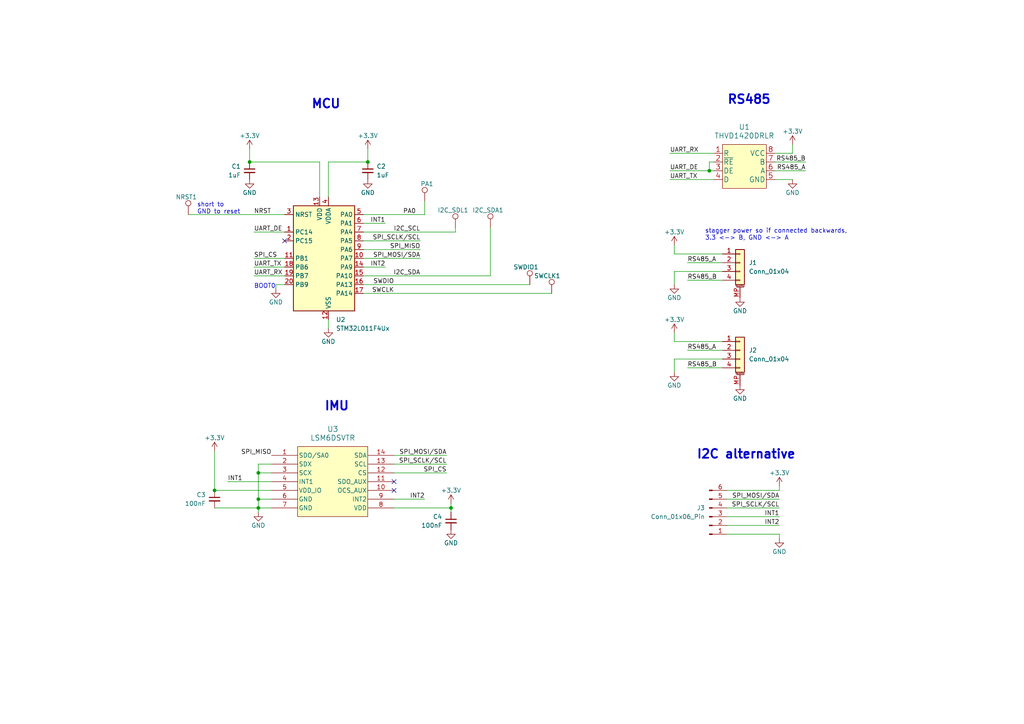
<source format=kicad_sch>
(kicad_sch (version 20230121) (generator eeschema)
  (paper "A4")
  (title_block (title "Ø12imu") (date "2024-03-10") (rev "1") (company "Christopher Xu"))
  (lib_symbols
    (symbol "Connector:Conn_01x06_Pin" (pin_names (offset 1.016) hide)
      (property "Reference" "J" (at 0 7.62 0))
      (property "Value" "Conn_01x06_Pin" (at 0 -10.16 0))
      (symbol "Conn_01x06_Pin_1_1"
        (polyline (pts (xy 1.27 -7.62) (xy 0.8636 -7.62)) (stroke (width 0.1524)))
        (polyline (pts (xy 1.27 -5.08) (xy 0.8636 -5.08)) (stroke (width 0.1524)))
        (polyline (pts (xy 1.27 -2.54) (xy 0.8636 -2.54)) (stroke (width 0.1524)))
        (polyline (pts (xy 1.27 0) (xy 0.8636 0)) (stroke (width 0.1524)))
        (polyline (pts (xy 1.27 2.54) (xy 0.8636 2.54)) (stroke (width 0.1524)))
        (polyline (pts (xy 1.27 5.08) (xy 0.8636 5.08)) (stroke (width 0.1524)))
        (rectangle (start 0.8636 -7.493) (end 0 -7.747) (stroke (width 0.1524)) (fill (type outline)))
        (rectangle (start 0.8636 -4.953) (end 0 -5.207) (stroke (width 0.1524)) (fill (type outline)))
        (rectangle (start 0.8636 -2.413) (end 0 -2.667) (stroke (width 0.1524)) (fill (type outline)))
        (rectangle (start 0.8636 0.127) (end 0 -0.127) (stroke (width 0.1524)) (fill (type outline)))
        (rectangle (start 0.8636 2.667) (end 0 2.413) (stroke (width 0.1524)) (fill (type outline)))
        (rectangle (start 0.8636 5.207) (end 0 4.953) (stroke (width 0.1524)) (fill (type outline)))
        (pin passive line (at 5.08 5.08 180) (length 3.81) (name "Pin_1") (number "1"))
        (pin passive line (at 5.08 2.54 180) (length 3.81) (name "Pin_2") (number "2"))
        (pin passive line (at 5.08 0 180) (length 3.81) (name "Pin_3") (number "3"))
        (pin passive line (at 5.08 -2.54 180) (length 3.81) (name "Pin_4") (number "4"))
        (pin passive line (at 5.08 -5.08 180) (length 3.81) (name "Pin_5") (number "5"))
        (pin passive line (at 5.08 -7.62 180) (length 3.81) (name "Pin_6") (number "6"))
      )
    )
    (symbol "Connector:TestPoint" (pin_numbers hide) (pin_names (offset 0.762) hide)
      (property "Reference" "TP" (at 0 6.858 0))
      (property "Value" "TestPoint" (at 0 5.08 0))
      (symbol "TestPoint_0_1"
        (circle (center 0 3.302) (radius 0.762))
      )
      (symbol "TestPoint_1_1"
        (pin passive line (at 0 0 90) (length 2.54) (name "1") (number "1"))
      )
    )
    (symbol "Connector_Generic_MountingPin:Conn_01x04_MountingPin" (pin_names (offset 1.016) hide)
      (property "Reference" "J" (at 0 5.08 0))
      (property "Value" "Conn_01x04_MountingPin" (at 1.27 -7.62 0))
      (symbol "Conn_01x04_MountingPin_1_1"
        (rectangle (start -1.27 -4.953) (end 0 -5.207) (stroke (width 0.1524)))
        (rectangle (start -1.27 -2.413) (end 0 -2.667) (stroke (width 0.1524)))
        (rectangle (start -1.27 0.127) (end 0 -0.127) (stroke (width 0.1524)))
        (rectangle (start -1.27 2.667) (end 0 2.413) (stroke (width 0.1524)))
        (rectangle (start -1.27 3.81) (end 1.27 -6.35) (stroke (width 0.254)) (fill (type background)))
        (polyline (pts (xy -1.016 -7.112) (xy 1.016 -7.112)) (stroke (width 0.1524)))
        (text "Mounting" (at 0 -6.731 0) (effects (font (size 0.381 0.381))))
        (pin passive line (at -5.08 2.54 0) (length 3.81) (name "Pin_1") (number "1"))
        (pin passive line (at -5.08 0 0) (length 3.81) (name "Pin_2") (number "2"))
        (pin passive line (at -5.08 -2.54 0) (length 3.81) (name "Pin_3") (number "3"))
        (pin passive line (at -5.08 -5.08 0) (length 3.81) (name "Pin_4") (number "4"))
        (pin passive line (at 0 -10.16 90) (length 3.048) (name "MountPin") (number "MP"))
      )
    )
    (symbol "Device:C_Small" (pin_numbers hide) (pin_names (offset 0.254) hide)
      (property "Reference" "C" (at 0.254 1.778 0))
      (property "Value" "C_Small" (at 0.254 -2.032 0))
      (symbol "C_Small_0_1"
        (polyline (pts (xy -1.524 -0.508) (xy 1.524 -0.508)) (stroke (width 0.3302)))
        (polyline (pts (xy -1.524 0.508) (xy 1.524 0.508)) (stroke (width 0.3048)))
      )
      (symbol "C_Small_1_1"
        (pin passive line (at 0 2.54 270) (length 2.032) (name "~") (number "1"))
        (pin passive line (at 0 -2.54 90) (length 2.032) (name "~") (number "2"))
      )
    )
    (symbol "MCU_ST_STM32L0:STM32L011F4Ux"
      (property "Reference" "U" (at -7.62 16.51 0))
      (property "Value" "STM32L011F4Ux" (at 5.08 16.51 0))
      (symbol "STM32L011F4Ux_0_1"
        (rectangle (start -7.62 -15.24) (end 10.16 15.24) (stroke (width 0.254)) (fill (type background)))
      )
      (symbol "STM32L011F4Ux_1_1"
        (pin bidirectional line (at -10.16 7.62 0) (length 2.54) (name "PC14") (number "1"))
        (pin bidirectional line (at 12.7 0 180) (length 2.54) (name "PA7") (number "10"))
        (pin bidirectional line (at -10.16 0 0) (length 2.54) (name "PB1") (number "11"))
        (pin power_in line (at 2.54 -17.78 90) (length 2.54) (name "VSS") (number "12"))
        (pin power_in line (at 0 17.78 270) (length 2.54) (name "VDD") (number "13"))
        (pin bidirectional line (at 12.7 -2.54 180) (length 2.54) (name "PA9") (number "14"))
        (pin bidirectional line (at 12.7 -5.08 180) (length 2.54) (name "PA10") (number "15"))
        (pin bidirectional line (at 12.7 -7.62 180) (length 2.54) (name "PA13") (number "16"))
        (pin bidirectional line (at 12.7 -10.16 180) (length 2.54) (name "PA14") (number "17"))
        (pin bidirectional line (at -10.16 -2.54 0) (length 2.54) (name "PB6") (number "18"))
        (pin bidirectional line (at -10.16 -5.08 0) (length 2.54) (name "PB7") (number "19"))
        (pin bidirectional line (at -10.16 5.08 0) (length 2.54) (name "PC15") (number "2"))
        (pin bidirectional line (at -10.16 -7.62 0) (length 2.54) (name "PB9") (number "20"))
        (pin input line (at -10.16 12.7 0) (length 2.54) (name "NRST") (number "3"))
        (pin power_in line (at 2.54 17.78 270) (length 2.54) (name "VDDA") (number "4"))
        (pin bidirectional line (at 12.7 12.7 180) (length 2.54) (name "PA0") (number "5"))
        (pin bidirectional line (at 12.7 10.16 180) (length 2.54) (name "PA1") (number "6"))
        (pin bidirectional line (at 12.7 7.62 180) (length 2.54) (name "PA4") (number "7"))
        (pin bidirectional line (at 12.7 5.08 180) (length 2.54) (name "PA5") (number "8"))
        (pin bidirectional line (at 12.7 2.54 180) (length 2.54) (name "PA6") (number "9"))
      )
    )
    (symbol "O12imu:LSM6DSVTR" (pin_names (offset 0.254))
      (property "Reference" "U" (at 0 15.24 0))
      (property "Value" "LSM6DSVTR" (at 0 12.7 0))
      (symbol "LSM6DSVTR_0_1"
        (pin unspecified line (at -17.78 7.62 0) (length 7.62) (name "SDO/SA0") (number "1"))
        (pin unspecified line (at 17.78 -2.54 180) (length 7.62) (name "OCS_AUX") (number "10"))
        (pin unspecified line (at 17.78 0 180) (length 7.62) (name "SDO_AUX") (number "11"))
        (pin unspecified line (at 17.78 2.54 180) (length 7.62) (name "CS") (number "12"))
        (pin unspecified line (at 17.78 5.08 180) (length 7.62) (name "SCL") (number "13"))
        (pin unspecified line (at 17.78 7.62 180) (length 7.62) (name "SDA") (number "14"))
        (pin unspecified line (at -17.78 5.08 0) (length 7.62) (name "SDX") (number "2"))
        (pin unspecified line (at -17.78 2.54 0) (length 7.62) (name "SCX") (number "3"))
        (pin unspecified line (at -17.78 0 0) (length 7.62) (name "INT1") (number "4"))
        (pin power_in line (at -17.78 -2.54 0) (length 7.62) (name "VDD_IO") (number "5"))
        (pin power_out line (at -17.78 -5.08 0) (length 7.62) (name "GND") (number "6"))
        (pin power_out line (at -17.78 -7.62 0) (length 7.62) (name "GND") (number "7"))
        (pin power_in line (at 17.78 -7.62 180) (length 7.62) (name "VDD") (number "8"))
        (pin unspecified line (at 17.78 -5.08 180) (length 7.62) (name "INT2") (number "9"))
      )
      (symbol "LSM6DSVTR_1_1"
        (rectangle (start -10.16 10.16) (end 10.16 -10.16) (fill (type background)))
      )
    )
    (symbol "O32controller:THVD1420DRLR" (pin_names (offset 0.254))
      (property "Reference" "U" (at 0 10.16 0))
      (property "Value" "THVD1420DRLR" (at -1.27 12.7 0))
      (symbol "THVD1420DRLR_1_1"
        (rectangle (start -6.35 6.35) (end 6.35 -6.35) (fill (type background)))
        (pin output line (at -8.89 3.81 0) (length 2.54) (name "R") (number "1"))
        (pin input line (at -8.89 1.27 0) (length 2.54) (name "~{RE}") (number "2"))
        (pin input line (at -8.89 -1.27 0) (length 2.54) (name "DE") (number "3"))
        (pin input line (at -8.89 -3.81 0) (length 2.54) (name "D") (number "4"))
        (pin power_in line (at 8.89 -3.81 180) (length 2.54) (name "GND") (number "5"))
        (pin bidirectional line (at 8.89 -1.27 180) (length 2.54) (name "A") (number "6"))
        (pin bidirectional line (at 8.89 1.27 180) (length 2.54) (name "B") (number "7"))
        (pin power_in line (at 8.89 3.81 180) (length 2.54) (name "VCC") (number "8"))
      )
    )
    (symbol "power:+3.3V" (power) (pin_names (offset 0))
      (property "Value" "+3.3V" (at 0 3.556 0))
      (symbol "+3.3V_0_1"
        (polyline (pts (xy -0.762 1.27) (xy 0 2.54)))
        (polyline (pts (xy 0 0) (xy 0 2.54)))
        (polyline (pts (xy 0 2.54) (xy 0.762 1.27)))
      )
      (symbol "+3.3V_1_1"
        (pin power_in line (at 0 0 90) (length 0) hide (name "+3.3V") (number "1"))
      )
    )
    (symbol "power:GND" (power) (pin_names (offset 0))
      (property "Value" "GND" (at 0 -3.81 0))
      (symbol "GND_0_1"
        (polyline (pts (xy 0 0) (xy 0 -1.27) (xy 1.27 -1.27) (xy 0 -2.54) (xy -1.27 -1.27) (xy 0 -1.27)))
      )
      (symbol "GND_1_1"
        (pin power_in line (at 0 0 270) (length 0) hide (name "GND") (number "1"))
      )
    )
  )
  (junction (at 74.93 137.16))
  (junction (at 74.93 144.78))
  (junction (at 106.68 46.99))
  (junction (at 62.23 142.24))
  (junction (at 205.74 49.53))
  (junction (at 74.93 147.32))
  (junction (at 72.39 46.99))
  (junction (at 130.81 147.32))
  (no_connect (at 114.3 139.7))
  (no_connect (at 82.55 69.85))
  (no_connect (at 114.3 142.24))
  (wire (pts (xy 92.71 46.99) (xy 92.71 57.15)))
  (wire (pts (xy 123.19 58.42) (xy 123.19 62.23)))
  (wire (pts (xy 74.93 134.62) (xy 78.74 134.62)))
  (wire (pts (xy 80.01 82.55) (xy 82.55 82.55)))
  (wire (pts (xy 210.82 144.78) (xy 226.06 144.78)))
  (wire (pts (xy 54.61 62.23) (xy 82.55 62.23)))
  (wire (pts (xy 210.82 149.86) (xy 226.06 149.86)))
  (wire (pts (xy 195.58 73.66) (xy 195.58 71.12)))
  (wire (pts (xy 73.66 80.01) (xy 82.55 80.01)))
  (wire (pts (xy 74.93 147.32) (xy 78.74 147.32)))
  (wire (pts (xy 130.81 147.32) (xy 130.81 146.05)))
  (wire (pts (xy 73.66 67.31) (xy 82.55 67.31)))
  (wire (pts (xy 74.93 137.16) (xy 74.93 144.78)))
  (wire (pts (xy 229.87 41.91) (xy 229.87 44.45)))
  (wire (pts (xy 105.41 85.09) (xy 160.02 85.09)))
  (wire (pts (xy 199.39 76.2) (xy 209.55 76.2)))
  (wire (pts (xy 72.39 46.99) (xy 92.71 46.99)))
  (wire (pts (xy 74.93 147.32) (xy 74.93 144.78)))
  (wire (pts (xy 224.79 49.53) (xy 233.68 49.53)))
  (wire (pts (xy 72.39 43.18) (xy 72.39 46.99)))
  (wire (pts (xy 132.08 67.31) (xy 132.08 66.04)))
  (wire (pts (xy 73.66 77.47) (xy 82.55 77.47)))
  (wire (pts (xy 194.31 52.07) (xy 207.01 52.07)))
  (wire (pts (xy 74.93 148.59) (xy 74.93 147.32)))
  (wire (pts (xy 210.82 147.32) (xy 226.06 147.32)))
  (wire (pts (xy 226.06 154.94) (xy 210.82 154.94)))
  (wire (pts (xy 142.24 80.01) (xy 142.24 66.04)))
  (wire (pts (xy 105.41 64.77) (xy 111.76 64.77)))
  (wire (pts (xy 195.58 99.06) (xy 195.58 96.52)))
  (wire (pts (xy 95.25 46.99) (xy 106.68 46.99)))
  (wire (pts (xy 105.41 77.47) (xy 111.76 77.47)))
  (wire (pts (xy 114.3 144.78) (xy 123.19 144.78)))
  (wire (pts (xy 194.31 44.45) (xy 207.01 44.45)))
  (wire (pts (xy 114.3 134.62) (xy 129.54 134.62)))
  (wire (pts (xy 62.23 130.81) (xy 62.23 142.24)))
  (wire (pts (xy 226.06 156.21) (xy 226.06 154.94)))
  (wire (pts (xy 95.25 95.25) (xy 95.25 92.71)))
  (wire (pts (xy 195.58 82.55) (xy 195.58 78.74)))
  (wire (pts (xy 195.58 78.74) (xy 209.55 78.74)))
  (wire (pts (xy 210.82 142.24) (xy 226.06 142.24)))
  (wire (pts (xy 62.23 147.32) (xy 74.93 147.32)))
  (wire (pts (xy 105.41 62.23) (xy 123.19 62.23)))
  (wire (pts (xy 195.58 107.95) (xy 195.58 104.14)))
  (wire (pts (xy 224.79 46.99) (xy 233.68 46.99)))
  (wire (pts (xy 74.93 134.62) (xy 74.93 137.16)))
  (wire (pts (xy 229.87 44.45) (xy 224.79 44.45)))
  (wire (pts (xy 130.81 147.32) (xy 130.81 148.59)))
  (wire (pts (xy 210.82 152.4) (xy 226.06 152.4)))
  (wire (pts (xy 205.74 46.99) (xy 205.74 49.53)))
  (wire (pts (xy 74.93 144.78) (xy 78.74 144.78)))
  (wire (pts (xy 224.79 52.07) (xy 229.87 52.07)))
  (wire (pts (xy 199.39 106.68) (xy 209.55 106.68)))
  (wire (pts (xy 199.39 101.6) (xy 209.55 101.6)))
  (wire (pts (xy 207.01 46.99) (xy 205.74 46.99)))
  (wire (pts (xy 105.41 74.93) (xy 121.92 74.93)))
  (wire (pts (xy 209.55 73.66) (xy 195.58 73.66)))
  (wire (pts (xy 199.39 81.28) (xy 209.55 81.28)))
  (wire (pts (xy 106.68 46.99) (xy 106.68 43.18)))
  (wire (pts (xy 114.3 132.08) (xy 129.54 132.08)))
  (wire (pts (xy 105.41 72.39) (xy 121.92 72.39)))
  (wire (pts (xy 205.74 49.53) (xy 207.01 49.53)))
  (wire (pts (xy 209.55 99.06) (xy 195.58 99.06)))
  (wire (pts (xy 105.41 69.85) (xy 121.92 69.85)))
  (wire (pts (xy 66.04 139.7) (xy 78.74 139.7)))
  (wire (pts (xy 226.06 140.97) (xy 226.06 142.24)))
  (wire (pts (xy 114.3 147.32) (xy 130.81 147.32)))
  (wire (pts (xy 95.25 46.99) (xy 95.25 57.15)))
  (wire (pts (xy 62.23 142.24) (xy 78.74 142.24)))
  (wire (pts (xy 114.3 137.16) (xy 129.54 137.16)))
  (wire (pts (xy 80.01 83.82) (xy 80.01 82.55)))
  (wire (pts (xy 74.93 137.16) (xy 78.74 137.16)))
  (wire (pts (xy 105.41 67.31) (xy 132.08 67.31)))
  (wire (pts (xy 194.31 49.53) (xy 205.74 49.53)))
  (wire (pts (xy 195.58 104.14) (xy 209.55 104.14)))
  (wire (pts (xy 105.41 82.55) (xy 153.67 82.55)))
  (wire (pts (xy 105.41 80.01) (xy 142.24 80.01)))
  (wire (pts (xy 73.66 74.93) (xy 82.55 74.93)))
  (text "I2C alternative" (at 201.93 133.35 0) (effects (font (size 2.54 2.54) (thickness 0.508) bold) (justify left bottom)))
  (text "BOOT0" (at 73.66 83.82 0) (effects (font (size 1.27 1.27)) (justify left bottom)))
  (text "stagger power so if connected backwards,\n3.3 <-> B, GND <-> A \n" (at 204.47 69.85 0) (effects (font (size 1.27 1.27)) (justify left bottom)))
  (text "MCU" (at 90.17 31.75 0) (effects (font (size 2.54 2.54) (thickness 0.508) bold) (justify left bottom)))
  (text "IMU" (at 93.98 119.38 0) (effects (font (size 2.54 2.54) (thickness 0.508) bold) (justify left bottom)))
  (text "short to \nGND to reset" (at 57.15 62.23 0) (effects (font (size 1.27 1.27)) (justify left bottom)))
  (text "RS485" (at 210.82 30.48 0) (effects (font (size 2.54 2.54) (thickness 0.508) bold) (justify left bottom)))
  (label "SPI_MOSI{slash}SDA" (at 129.54 132.08 180))
  (label "INT1" (at 111.76 64.77 180))
  (label "SPI_CS" (at 73.66 74.93 0))
  (label "I2C_SCL" (at 121.92 67.31 180))
  (label "SPI_MOSI{slash}SDA" (at 226.06 144.78 180))
  (label "RS485_A" (at 199.39 101.6 0))
  (label "INT1" (at 66.04 139.7 0))
  (label "UART_TX" (at 73.66 77.47 0))
  (label "SPI_MOSI{slash}SDA" (at 121.92 74.93 180))
  (label "I2C_SDA" (at 121.92 80.01 180))
  (label "INT2" (at 226.06 152.4 180))
  (label "UART_TX" (at 194.31 52.07 0))
  (label "UART_RX" (at 194.31 44.45 0))
  (label "SPI_SCLK{slash}SCL" (at 121.92 69.85 180))
  (label "UART_DE" (at 73.66 67.31 0))
  (label "RS485_A" (at 233.68 49.53 180))
  (label "INT2" (at 111.76 77.47 180))
  (label "INT2" (at 123.19 144.78 180))
  (label "PA0" (at 120.65 62.23 180))
  (label "SPI_SCLK{slash}SCL" (at 129.54 134.62 180))
  (label "SPI_CS" (at 129.54 137.16 180))
  (label "INT1" (at 226.06 149.86 180))
  (label "SWCLK" (at 114.3 85.09 180))
  (label "RS485_B" (at 233.68 46.99 180))
  (label "UART_RX" (at 73.66 80.01 0))
  (label "SPI_MISO" (at 78.74 132.08 180))
  (label "RS485_A" (at 199.39 76.2 0))
  (label "NRST" (at 73.66 62.23 0))
  (label "RS485_B" (at 199.39 81.28 0))
  (label "UART_DE" (at 194.31 49.53 0))
  (label "SPI_MISO" (at 121.92 72.39 180))
  (label "SPI_SCLK{slash}SCL" (at 226.06 147.32 180))
  (label "RS485_B" (at 199.39 106.68 0))
  (label "SWDIO" (at 114.3 82.55 180))
  (symbol (lib_id "Connector:TestPoint") (at 123.19 58.42 0) (unit 1) (in_bom no)
    (property "Reference" "PA1" (at 125.73 53.34 0) (effects (justify right)))
    (property "Value" "TestPoint" (effects hide))
    (property "Footprint" "O12imu:TestPoint_Pad_Rect" (effects hide))
  )
  (symbol (lib_id "power:GND") (at 226.06 156.21 0) (mirror y) (unit 1)
    (property "Reference" "#PWR020" (effects hide))
    (property "Value" "GND" (at 226.06 160.02 0))
  )
  (symbol (lib_id "power:GND") (at 195.58 82.55 0) (unit 1)
    (property "Reference" "#PWR08" (effects hide))
    (property "Value" "GND" (at 195.58 86.36 0))
  )
  (symbol (lib_id "power:GND") (at 74.93 148.59 0) (mirror y) (unit 1)
    (property "Reference" "#PWR018" (effects hide))
    (property "Value" "GND" (at 74.93 152.4 0))
  )
  (symbol (lib_id "Connector:Conn_01x06_Pin") (at 205.74 149.86 0) (mirror x) (unit 1)
    (property "Reference" "J3" (at 204.47 147.32 0) (effects (justify right)))
    (property "Value" "Conn_01x06_Pin" (at 204.47 149.86 0) (effects (justify right)))
    (property "Footprint" "O12imu:FFC_0.5mm_6p" (effects hide))
  )
  (symbol (lib_id "Connector_Generic_MountingPin:Conn_01x04_MountingPin") (at 214.63 101.6 0) (unit 1)
    (property "Reference" "J2" (at 217.17 101.6 0) (effects (justify left)))
    (property "Value" "Conn_01x04" (at 217.17 104.14 0) (effects (justify left)))
    (property "Footprint" "O12imu:TE_2328702-4" (effects hide))
  )
  (symbol (lib_id "power:GND") (at 214.63 111.76 0) (unit 1)
    (property "Reference" "#PWR014" (effects hide))
    (property "Value" "GND" (at 214.63 115.57 0))
  )
  (symbol (lib_id "power:GND") (at 72.39 52.07 0) (mirror y) (unit 1)
    (property "Reference" "#PWR04" (effects hide))
    (property "Value" "GND" (at 72.39 55.88 0))
  )
  (symbol (lib_id "power:+3.3V") (at 72.39 43.18 0) (mirror y) (unit 1)
    (property "Reference" "#PWR02" (effects hide))
    (property "Value" "+3.3V" (at 72.39 39.37 0))
  )
  (symbol (lib_id "power:GND") (at 106.68 52.07 0) (mirror y) (unit 1)
    (property "Reference" "#PWR05" (effects hide))
    (property "Value" "GND" (at 106.68 55.88 0))
  )
  (symbol (lib_id "O12imu:LSM6DSVTR") (at 96.52 139.7 0) (unit 1)
    (property "Reference" "U3" (at 96.52 124.46 0) (effects (font (size 1.524 1.524))))
    (property "Value" "LSM6DSVTR" (at 96.52 127 0) (effects (font (size 1.524 1.524))))
    (property "Footprint" "O12imu:LGA14-L_2P59X3P1X0P5_STM" (effects hide))
    (property "Datasheet" "LSM6DSVTR" (effects hide))
  )
  (symbol (lib_id "power:+3.3V") (at 130.81 146.05 0) (mirror y) (unit 1)
    (property "Reference" "#PWR017" (effects hide))
    (property "Value" "+3.3V" (at 130.81 142.24 0))
  )
  (symbol (lib_id "Device:C_Small") (at 72.39 49.53 0) (mirror y) (unit 1)
    (property "Reference" "C1" (at 69.85 48.2663 0) (effects (justify left)))
    (property "Value" "1uF" (at 69.85 50.8063 0) (effects (justify left)))
    (property "Footprint" "Capacitor_SMD:C_0402_1005Metric" (effects hide))
    (property "MPN" "CL05A105KA5NQNC" (effects hide))
    (property "Vendor" "LCSC" (effects hide))
    (property "Vendor#" "C52923" (effects hide))
  )
  (symbol (lib_id "O32controller:THVD1420DRLR") (at 215.9 48.26 0) (unit 1)
    (property "Reference" "U1" (at 215.9 36.83 0) (effects (font (size 1.524 1.524))))
    (property "Value" "THVD1420DRLR" (at 215.9 39.37 0) (effects (font (size 1.524 1.524))))
    (property "Footprint" "O12imu:THVD1420DRLR_SOT-585" (effects hide))
    (property "Datasheet" "https://www.ti.com/lit/ds/symlink/thvd1400.pdf" (effects hide))
    (property "MPN" "THVD1420DRLR" (effects hide))
    (property "Vendor" "Digikey" (effects hide))
    (property "Vendor#" "296-THVD1420DRLRCT-ND" (effects hide))
  )
  (symbol (lib_id "Connector:TestPoint") (at 160.02 85.09 0) (unit 1) (in_bom no)
    (property "Reference" "SWCLK1" (at 162.56 80.01 0) (effects (justify right)))
    (property "Value" "TestPoint" (effects hide))
    (property "Footprint" "O12imu:TestPoint_Pad_Rect" (effects hide))
  )
  (symbol (lib_id "power:GND") (at 214.63 86.36 0) (unit 1)
    (property "Reference" "#PWR010" (effects hide))
    (property "Value" "GND" (at 214.63 90.17 0))
  )
  (symbol (lib_id "Device:C_Small") (at 130.81 151.13 0) (mirror y) (unit 1)
    (property "Reference" "C4" (at 128.27 149.8663 0) (effects (justify left)))
    (property "Value" "100nF" (at 128.27 152.4063 0) (effects (justify left)))
    (property "Footprint" "Capacitor_SMD:C_0402_1005Metric" (effects hide))
  )
  (symbol (lib_id "Device:C_Small") (at 62.23 144.78 0) (mirror y) (unit 1)
    (property "Reference" "C3" (at 59.69 143.5163 0) (effects (justify left)))
    (property "Value" "100nF" (at 59.69 146.0563 0) (effects (justify left)))
    (property "Footprint" "Capacitor_SMD:C_0402_1005Metric" (effects hide))
  )
  (symbol (lib_id "Connector:TestPoint") (at 142.24 66.04 0) (unit 1) (in_bom no)
    (property "Reference" "I2C_SDA1" (at 146.05 60.96 0) (effects (justify right)))
    (property "Value" "TestPoint" (effects hide))
    (property "Footprint" "O12imu:TestPoint_Pad_Rect" (effects hide))
  )
  (symbol (lib_id "power:+3.3V") (at 195.58 96.52 0) (unit 1)
    (property "Reference" "#PWR012" (effects hide))
    (property "Value" "+3.3V" (at 195.58 92.71 0))
  )
  (symbol (lib_id "MCU_ST_STM32L0:STM32L011F4Ux") (at 92.71 74.93 0) (unit 1)
    (property "Reference" "U2" (at 97.4441 92.71 0) (effects (justify left)))
    (property "Value" "STM32L011F4Ux" (at 97.4441 95.25 0) (effects (justify left)))
    (property "Footprint" "Package_DFN_QFN:ST_UFQFPN-20_3x3mm_P0.5mm" (effects hide))
    (property "Datasheet" "https://www.st.com/resource/en/datasheet/stm32l011f4.pdf" (effects hide))
  )
  (symbol (lib_id "power:+3.3V") (at 62.23 130.81 0) (mirror y) (unit 1)
    (property "Reference" "#PWR015" (effects hide))
    (property "Value" "+3.3V" (at 62.23 127 0))
  )
  (symbol (lib_id "Device:C_Small") (at 106.68 49.53 0) (unit 1)
    (property "Reference" "C2" (at 109.22 48.2663 0) (effects (justify left)))
    (property "Value" "1uF" (at 109.22 50.8063 0) (effects (justify left)))
    (property "Footprint" "Capacitor_SMD:C_0402_1005Metric" (effects hide))
    (property "MPN" "CL05A105KA5NQNC" (effects hide))
    (property "Vendor" "LCSC" (effects hide))
    (property "Vendor#" "C52923" (effects hide))
  )
  (symbol (lib_id "Connector_Generic_MountingPin:Conn_01x04_MountingPin") (at 214.63 76.2 0) (unit 1)
    (property "Reference" "J1" (at 217.17 76.2 0) (effects (justify left)))
    (property "Value" "Conn_01x04" (at 217.17 78.74 0) (effects (justify left)))
    (property "Footprint" "O12imu:TE_2328702-4" (effects hide))
  )
  (symbol (lib_id "power:+3.3V") (at 195.58 71.12 0) (unit 1)
    (property "Reference" "#PWR07" (effects hide))
    (property "Value" "+3.3V" (at 195.58 67.31 0))
  )
  (symbol (lib_id "power:GND") (at 130.81 153.67 0) (mirror y) (unit 1)
    (property "Reference" "#PWR019" (effects hide))
    (property "Value" "GND" (at 130.81 157.48 0))
  )
  (symbol (lib_id "power:+3.3V") (at 229.87 41.91 0) (unit 1)
    (property "Reference" "#PWR01" (effects hide))
    (property "Value" "+3.3V" (at 229.87 38.1 0))
  )
  (symbol (lib_id "power:GND") (at 80.01 83.82 0) (mirror y) (unit 1)
    (property "Reference" "#PWR09" (effects hide))
    (property "Value" "GND" (at 80.01 87.63 0))
  )
  (symbol (lib_id "power:+3.3V") (at 106.68 43.18 0) (mirror y) (unit 1)
    (property "Reference" "#PWR03" (effects hide))
    (property "Value" "+3.3V" (at 106.68 39.37 0))
  )
  (symbol (lib_id "power:GND") (at 229.87 52.07 0) (unit 1)
    (property "Reference" "#PWR06" (effects hide))
    (property "Value" "GND" (at 229.87 55.88 0))
  )
  (symbol (lib_id "power:GND") (at 95.25 95.25 0) (mirror y) (unit 1)
    (property "Reference" "#PWR011" (effects hide))
    (property "Value" "GND" (at 95.25 99.06 0))
  )
  (symbol (lib_id "Connector:TestPoint") (at 54.61 62.23 0) (unit 1) (in_bom no)
    (property "Reference" "NRST1" (at 57.15 57.15 0) (effects (justify right)))
    (property "Value" "TestPoint" (effects hide))
    (property "Footprint" "O12imu:TestPoint_Pad_Rect" (effects hide))
  )
  (symbol (lib_id "Connector:TestPoint") (at 153.67 82.55 0) (unit 1) (in_bom no)
    (property "Reference" "SWDIO1" (at 156.21 77.47 0) (effects (justify right)))
    (property "Value" "TestPoint" (effects hide))
    (property "Footprint" "O12imu:TestPoint_Pad_Rect" (effects hide))
  )
  (symbol (lib_id "power:GND") (at 195.58 107.95 0) (unit 1)
    (property "Reference" "#PWR013" (effects hide))
    (property "Value" "GND" (at 195.58 111.76 0))
  )
  (symbol (lib_id "power:+3.3V") (at 226.06 140.97 0) (mirror y) (unit 1)
    (property "Reference" "#PWR016" (effects hide))
    (property "Value" "+3.3V" (at 226.06 137.16 0))
  )
  (symbol (lib_id "Connector:TestPoint") (at 132.08 66.04 0) (unit 1) (in_bom no)
    (property "Reference" "I2C_SDL1" (at 135.89 60.96 0) (effects (justify right)))
    (property "Value" "TestPoint" (effects hide))
    (property "Footprint" "O12imu:TestPoint_Pad_Rect" (effects hide))
  )
)
</source>
